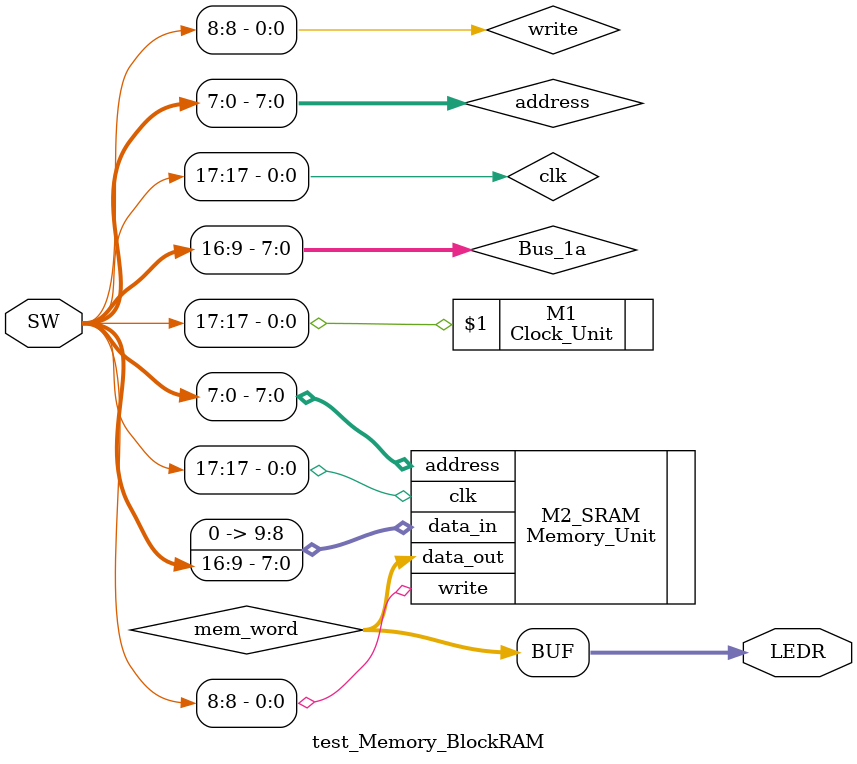
<source format=v>
module test_Memory_BlockRAM (SW,LEDR);
  parameter word_size = 10;
  parameter data_size = 8;
  parameter address_size = 8;
  input [17:0]SW;
  output [9:0]LEDR;
  
  wire clk, rst;
  wire [data_size-1: 0] Bus_1a; 
  wire [word_size-1: 0] mem_word;
  wire write;
  wire [address_size-1:0] address;
  
  assign address = SW[7:0];
  assign Bus_1a = SW[16:9];
  assign write = SW[8];
  assign clk = SW[17];
  assign LEDR[9:0] = mem_word;
Clock_Unit M1 (clk);
  
//Memory_BlockRam Me(.address(address),.clock(clk),.data({2'b0,Bus_1a}),.wren(write),.q(mem_word));
Memory_Unit M2_SRAM (.data_out(mem_word), .data_in({2'b0,Bus_1a}), .address(address), .clk(clk), .write(write) );
//programCode Me(.address(address),.clock(clk),.data({2'b0,Bus_1a}),.wren(write),.q(mem_word));

endmodule

</source>
